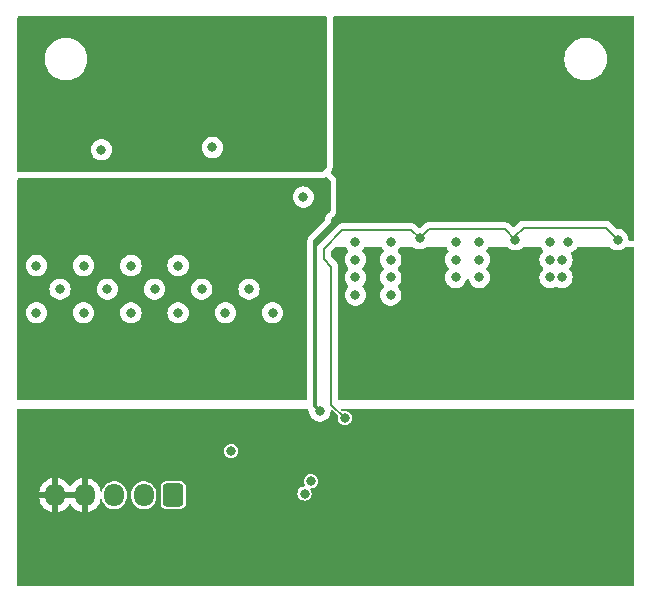
<source format=gbr>
%TF.GenerationSoftware,KiCad,Pcbnew,8.0.0*%
%TF.CreationDate,2024-03-24T11:48:13-04:00*%
%TF.ProjectId,coil-driver,636f696c-2d64-4726-9976-65722e6b6963,rev?*%
%TF.SameCoordinates,Original*%
%TF.FileFunction,Copper,L3,Inr*%
%TF.FilePolarity,Positive*%
%FSLAX46Y46*%
G04 Gerber Fmt 4.6, Leading zero omitted, Abs format (unit mm)*
G04 Created by KiCad (PCBNEW 8.0.0) date 2024-03-24 11:48:13*
%MOMM*%
%LPD*%
G01*
G04 APERTURE LIST*
G04 Aperture macros list*
%AMRoundRect*
0 Rectangle with rounded corners*
0 $1 Rounding radius*
0 $2 $3 $4 $5 $6 $7 $8 $9 X,Y pos of 4 corners*
0 Add a 4 corners polygon primitive as box body*
4,1,4,$2,$3,$4,$5,$6,$7,$8,$9,$2,$3,0*
0 Add four circle primitives for the rounded corners*
1,1,$1+$1,$2,$3*
1,1,$1+$1,$4,$5*
1,1,$1+$1,$6,$7*
1,1,$1+$1,$8,$9*
0 Add four rect primitives between the rounded corners*
20,1,$1+$1,$2,$3,$4,$5,0*
20,1,$1+$1,$4,$5,$6,$7,0*
20,1,$1+$1,$6,$7,$8,$9,0*
20,1,$1+$1,$8,$9,$2,$3,0*%
G04 Aperture macros list end*
%TA.AperFunction,ComponentPad*%
%ADD10RoundRect,0.250000X0.600000X0.725000X-0.600000X0.725000X-0.600000X-0.725000X0.600000X-0.725000X0*%
%TD*%
%TA.AperFunction,ComponentPad*%
%ADD11O,1.700000X1.950000*%
%TD*%
%TA.AperFunction,ComponentPad*%
%ADD12RoundRect,1.000000X-1.000000X2.000000X-1.000000X-2.000000X1.000000X-2.000000X1.000000X2.000000X0*%
%TD*%
%TA.AperFunction,ViaPad*%
%ADD13C,0.800000*%
%TD*%
%TA.AperFunction,Conductor*%
%ADD14C,0.160000*%
%TD*%
%TA.AperFunction,Conductor*%
%ADD15C,0.300000*%
%TD*%
G04 APERTURE END LIST*
D10*
%TO.N,/VDD_12V*%
%TO.C,J3*%
X109093828Y-138938060D03*
D11*
%TO.N,/drv_hi*%
X106593828Y-138938060D03*
%TO.N,/drv_li*%
X104093828Y-138938060D03*
%TO.N,GND*%
X101593828Y-138938060D03*
X99093828Y-138938060D03*
%TD*%
D12*
%TO.N,/hi*%
%TO.C,J6*%
X128500000Y-102500000D03*
%TD*%
%TO.N,/lo*%
%TO.C,J7*%
X114900000Y-103000000D03*
%TD*%
D13*
%TO.N,GND*%
X120232400Y-116100000D03*
X140500000Y-126500000D03*
X140500000Y-124500000D03*
X115000000Y-137300000D03*
X115000000Y-114000000D03*
X129500000Y-122500000D03*
X97500000Y-114000000D03*
X114000000Y-114000000D03*
X145500000Y-126500000D03*
X100500000Y-114000000D03*
X116900000Y-142500000D03*
X118000000Y-114000000D03*
X138000000Y-125000000D03*
X145500000Y-124500000D03*
X143000000Y-126500000D03*
X112500000Y-114000000D03*
X145500000Y-122000000D03*
X136000000Y-122500000D03*
X107000000Y-114000000D03*
X129500000Y-125000000D03*
X143000000Y-124500000D03*
X131500000Y-127000000D03*
X98500000Y-114000000D03*
X108500000Y-114000000D03*
X133500000Y-125000000D03*
X136000000Y-127000000D03*
X106000000Y-114525000D03*
%TO.N,/+VB*%
X124500000Y-117500000D03*
X141000000Y-117500000D03*
X111500000Y-121500000D03*
X142000000Y-119000000D03*
X101500000Y-119500000D03*
X142000000Y-120500000D03*
X117500000Y-123500000D03*
X124500000Y-122000000D03*
X109500000Y-119500000D03*
X141000000Y-119000000D03*
X133000000Y-120500000D03*
X113500000Y-123500000D03*
X109500000Y-123500000D03*
X127500000Y-117500000D03*
X133000000Y-119000000D03*
X124500000Y-119000000D03*
X105500000Y-119500000D03*
X99500000Y-121500000D03*
X107500000Y-121500000D03*
X141000000Y-120500000D03*
X105500000Y-123500000D03*
X135000000Y-117500000D03*
X133000000Y-117500000D03*
X101500000Y-123500000D03*
X124500000Y-120500000D03*
X127500000Y-120500000D03*
X127500000Y-119000000D03*
X142500000Y-117500000D03*
X135000000Y-120500000D03*
X135000000Y-119000000D03*
X127500000Y-122000000D03*
X97500000Y-123500000D03*
X115500000Y-121500000D03*
X103500000Y-121500000D03*
X97500000Y-119500000D03*
%TO.N,/drv_hi*%
X120736182Y-137763814D03*
%TO.N,/drv_li*%
X120200000Y-138800000D03*
%TO.N,Net-(U1-LO)*%
X120100000Y-113700000D03*
X103000000Y-109700000D03*
X114000000Y-135200000D03*
X112400000Y-109500000D03*
%TO.N,Net-(U1-HO)*%
X138050000Y-117300000D03*
X123600000Y-132400000D03*
X129950000Y-117200000D03*
X146700000Y-117300000D03*
%TO.N,/hi*%
X126500000Y-110000000D03*
X125500000Y-105000000D03*
X132500000Y-110000000D03*
X125500000Y-103500000D03*
X126500000Y-114000000D03*
X130500000Y-112000000D03*
X126500000Y-108000000D03*
X134500000Y-110000000D03*
X124000000Y-100500000D03*
X140500000Y-112000000D03*
X144500000Y-112000000D03*
X124000000Y-103500000D03*
X134500000Y-108000000D03*
X142500000Y-112000000D03*
X134500000Y-114000000D03*
X131500000Y-102000000D03*
X122840267Y-115695575D03*
X140500000Y-110000000D03*
X131500000Y-103500000D03*
X125500000Y-100500000D03*
X142500000Y-108000000D03*
X124000000Y-105000000D03*
X136500000Y-108000000D03*
X142500000Y-114000000D03*
X124500000Y-110000000D03*
X131500000Y-100500000D03*
X121500000Y-131800000D03*
X146500000Y-112000000D03*
X124500000Y-108000000D03*
X140500000Y-114000000D03*
X144500000Y-108000000D03*
X136500000Y-110000000D03*
X144500000Y-110000000D03*
X128500000Y-112000000D03*
X131500000Y-105000000D03*
X132500000Y-108000000D03*
X142500000Y-110000000D03*
X128500000Y-110000000D03*
X126500000Y-112000000D03*
X138500000Y-112000000D03*
X124500000Y-112000000D03*
X146500000Y-108000000D03*
X125500000Y-102000000D03*
X138500000Y-110000000D03*
X130500000Y-110000000D03*
X128500000Y-108000000D03*
X136500000Y-112000000D03*
X130500000Y-108000000D03*
X134500000Y-112000000D03*
X124000000Y-102000000D03*
X124500000Y-114000000D03*
X132500000Y-112000000D03*
X138500000Y-108000000D03*
X132500000Y-114000000D03*
X146500000Y-110000000D03*
X140500000Y-108000000D03*
%TO.N,/lo*%
X113500000Y-108500000D03*
X108500000Y-100500000D03*
X120000000Y-105000000D03*
X111500000Y-103500000D03*
X118500000Y-103500000D03*
X115500000Y-108500000D03*
X113500000Y-106500000D03*
X105500000Y-110500000D03*
X120000000Y-102000000D03*
X110000000Y-105000000D03*
X98500000Y-107500000D03*
X101000000Y-109000000D03*
X120000000Y-103500000D03*
X105500000Y-108500000D03*
X100000000Y-107500000D03*
X103500000Y-108500000D03*
X98000000Y-110500000D03*
X118500000Y-102000000D03*
X107500000Y-110500000D03*
X98000000Y-109000000D03*
X107500000Y-108500000D03*
X108500000Y-102000000D03*
X111500000Y-102000000D03*
X109500000Y-106500000D03*
X111500000Y-100500000D03*
X109500000Y-108500000D03*
X103500000Y-106500000D03*
X110000000Y-100500000D03*
X115500000Y-110500000D03*
X101000000Y-110500000D03*
X107500000Y-106500000D03*
X105500000Y-106500000D03*
X111500000Y-106500000D03*
X117500000Y-110500000D03*
X117500000Y-106500000D03*
X115500000Y-106500000D03*
X118500000Y-100500000D03*
X110000000Y-102000000D03*
X108500000Y-105000000D03*
X111500000Y-105000000D03*
X120000000Y-106500000D03*
X117500000Y-108500000D03*
X120000000Y-100500000D03*
X110000000Y-103500000D03*
X108500000Y-103500000D03*
X118500000Y-105000000D03*
%TD*%
D14*
%TO.N,Net-(U1-HO)*%
X129250000Y-116500000D02*
X129950000Y-117200000D01*
X137150000Y-116400000D02*
X130750000Y-116400000D01*
X121819500Y-118080500D02*
X123400000Y-116500000D01*
X138750000Y-116300000D02*
X138050000Y-117000000D01*
X130750000Y-116400000D02*
X129950000Y-117200000D01*
X146700000Y-117300000D02*
X145700000Y-116300000D01*
X138050000Y-117000000D02*
X138050000Y-117300000D01*
X138050000Y-117300000D02*
X137150000Y-116400000D01*
X121819500Y-118950369D02*
X121819500Y-118080500D01*
X121819500Y-118950369D02*
X122480000Y-119610869D01*
X122480000Y-131280000D02*
X123600000Y-132400000D01*
X122480000Y-119610869D02*
X122480000Y-131280000D01*
X145700000Y-116300000D02*
X138750000Y-116300000D01*
X123400000Y-116500000D02*
X129250000Y-116500000D01*
D15*
%TO.N,/hi*%
X122840267Y-115695575D02*
X121089500Y-117446342D01*
X121089500Y-131389500D02*
X121500000Y-131800000D01*
X121089500Y-117446342D02*
X121089500Y-131389500D01*
%TD*%
%TA.AperFunction,Conductor*%
%TO.N,GND*%
G36*
X101151198Y-138754717D02*
G01*
X101118828Y-138875525D01*
X101118828Y-139000595D01*
X101151198Y-139121403D01*
X101189682Y-139188060D01*
X99497974Y-139188060D01*
X99536458Y-139121403D01*
X99568828Y-139000595D01*
X99568828Y-138875525D01*
X99536458Y-138754717D01*
X99497974Y-138688060D01*
X101189682Y-138688060D01*
X101151198Y-138754717D01*
G37*
%TD.AperFunction*%
%TA.AperFunction,Conductor*%
G36*
X120475477Y-131621674D02*
G01*
X120491518Y-131645681D01*
X120513035Y-131697627D01*
X120581437Y-131800000D01*
X120586243Y-131807192D01*
X120584985Y-131808031D01*
X120598876Y-131841260D01*
X120612587Y-131971715D01*
X120614327Y-131988261D01*
X120672819Y-132168280D01*
X120767464Y-132332213D01*
X120767467Y-132332216D01*
X120894131Y-132472890D01*
X121047266Y-132584149D01*
X121047271Y-132584152D01*
X121191682Y-132648448D01*
X121220197Y-132661144D01*
X121405354Y-132700500D01*
X121405355Y-132700500D01*
X121594645Y-132700500D01*
X121594646Y-132700500D01*
X121779803Y-132661144D01*
X121952730Y-132584151D01*
X122105871Y-132472888D01*
X122232533Y-132332216D01*
X122327179Y-132168284D01*
X122385674Y-131988256D01*
X122405460Y-131800000D01*
X122404065Y-131786732D01*
X122420151Y-131732429D01*
X122469924Y-131705403D01*
X122524229Y-131721489D01*
X122529986Y-131726672D01*
X122992827Y-132189513D01*
X123014501Y-132241839D01*
X123013868Y-132251498D01*
X122994318Y-132399999D01*
X123014955Y-132556760D01*
X123014955Y-132556761D01*
X123075464Y-132702841D01*
X123171715Y-132828279D01*
X123171720Y-132828284D01*
X123255345Y-132892451D01*
X123297159Y-132924536D01*
X123443238Y-132985044D01*
X123600000Y-133005682D01*
X123756762Y-132985044D01*
X123902841Y-132924536D01*
X124028282Y-132828282D01*
X124124536Y-132702841D01*
X124185044Y-132556762D01*
X124205682Y-132400000D01*
X124185044Y-132243238D01*
X124124536Y-132097159D01*
X124028282Y-131971718D01*
X124028279Y-131971715D01*
X123902841Y-131875464D01*
X123756761Y-131814955D01*
X123620637Y-131797034D01*
X123600000Y-131794318D01*
X123599999Y-131794318D01*
X123451498Y-131813868D01*
X123396790Y-131799209D01*
X123389513Y-131792827D01*
X123323012Y-131726326D01*
X123301338Y-131674000D01*
X123323012Y-131621674D01*
X123375338Y-131600000D01*
X148044500Y-131600000D01*
X148096826Y-131621674D01*
X148118500Y-131674000D01*
X148118500Y-146544500D01*
X148096826Y-146596826D01*
X148044500Y-146618500D01*
X95955500Y-146618500D01*
X95903174Y-146596826D01*
X95881500Y-146544500D01*
X95881500Y-139188060D01*
X97746798Y-139188060D01*
X97777070Y-139379185D01*
X97777072Y-139379196D01*
X97842732Y-139581277D01*
X97842734Y-139581281D01*
X97939203Y-139770610D01*
X97939206Y-139770616D01*
X98064102Y-139942521D01*
X98064111Y-139942531D01*
X98214357Y-140092777D01*
X98214366Y-140092785D01*
X98386271Y-140217681D01*
X98386277Y-140217684D01*
X98575606Y-140314153D01*
X98575610Y-140314155D01*
X98777691Y-140379815D01*
X98777705Y-140379818D01*
X98843828Y-140390290D01*
X98843828Y-139342205D01*
X98910485Y-139380690D01*
X99031293Y-139413060D01*
X99156363Y-139413060D01*
X99277171Y-139380690D01*
X99343828Y-139342205D01*
X99343828Y-140390289D01*
X99409950Y-140379818D01*
X99409964Y-140379815D01*
X99612045Y-140314155D01*
X99612049Y-140314153D01*
X99801378Y-140217684D01*
X99801384Y-140217681D01*
X99973289Y-140092785D01*
X99973299Y-140092777D01*
X100123545Y-139942531D01*
X100123553Y-139942521D01*
X100248447Y-139770618D01*
X100277893Y-139712829D01*
X100320961Y-139676046D01*
X100377423Y-139680489D01*
X100409763Y-139712829D01*
X100439208Y-139770618D01*
X100564102Y-139942521D01*
X100564111Y-139942531D01*
X100714357Y-140092777D01*
X100714366Y-140092785D01*
X100886271Y-140217681D01*
X100886277Y-140217684D01*
X101075606Y-140314153D01*
X101075610Y-140314155D01*
X101277691Y-140379815D01*
X101277705Y-140379818D01*
X101343828Y-140390290D01*
X101343828Y-139342205D01*
X101410485Y-139380690D01*
X101531293Y-139413060D01*
X101656363Y-139413060D01*
X101777171Y-139380690D01*
X101843828Y-139342205D01*
X101843828Y-140390289D01*
X101909950Y-140379818D01*
X101909964Y-140379815D01*
X102112045Y-140314155D01*
X102112049Y-140314153D01*
X102301378Y-140217684D01*
X102301384Y-140217681D01*
X102473289Y-140092785D01*
X102473299Y-140092777D01*
X102623545Y-139942531D01*
X102623553Y-139942521D01*
X102748449Y-139770616D01*
X102748452Y-139770610D01*
X102844921Y-139581281D01*
X102844923Y-139581277D01*
X102910583Y-139379196D01*
X102910586Y-139379183D01*
X102923355Y-139298562D01*
X102952948Y-139250271D01*
X103008020Y-139237049D01*
X103056311Y-139266642D01*
X103069022Y-139295701D01*
X103083696Y-139369474D01*
X103083698Y-139369480D01*
X103162887Y-139560658D01*
X103267563Y-139717319D01*
X103277851Y-139732715D01*
X103424173Y-139879037D01*
X103596230Y-139994001D01*
X103787408Y-140073190D01*
X103990363Y-140113560D01*
X103990364Y-140113560D01*
X104197292Y-140113560D01*
X104197293Y-140113560D01*
X104400248Y-140073190D01*
X104591426Y-139994001D01*
X104763483Y-139879037D01*
X104909805Y-139732715D01*
X105024769Y-139560658D01*
X105103958Y-139369480D01*
X105144328Y-139166525D01*
X105144328Y-139166524D01*
X105543328Y-139166524D01*
X105583696Y-139369473D01*
X105583698Y-139369480D01*
X105662887Y-139560658D01*
X105767563Y-139717319D01*
X105777851Y-139732715D01*
X105924173Y-139879037D01*
X106096230Y-139994001D01*
X106287408Y-140073190D01*
X106490363Y-140113560D01*
X106490364Y-140113560D01*
X106697292Y-140113560D01*
X106697293Y-140113560D01*
X106900248Y-140073190D01*
X107091426Y-139994001D01*
X107263483Y-139879037D01*
X107409805Y-139732715D01*
X107420088Y-139717326D01*
X108043328Y-139717326D01*
X108046182Y-139747759D01*
X108046182Y-139747761D01*
X108046183Y-139747764D01*
X108091034Y-139875941D01*
X108091035Y-139875943D01*
X108171674Y-139985206D01*
X108171681Y-139985213D01*
X108280944Y-140065852D01*
X108280946Y-140065853D01*
X108409123Y-140110704D01*
X108409129Y-140110706D01*
X108439562Y-140113560D01*
X108439569Y-140113560D01*
X109748086Y-140113560D01*
X109748094Y-140113560D01*
X109778527Y-140110706D01*
X109906710Y-140065853D01*
X110015978Y-139985210D01*
X110096621Y-139875942D01*
X110141474Y-139747759D01*
X110144328Y-139717326D01*
X110144328Y-138800000D01*
X119594318Y-138800000D01*
X119614955Y-138956760D01*
X119614955Y-138956761D01*
X119675464Y-139102841D01*
X119771715Y-139228279D01*
X119771720Y-139228284D01*
X119821710Y-139266642D01*
X119897159Y-139324536D01*
X120043238Y-139385044D01*
X120200000Y-139405682D01*
X120356762Y-139385044D01*
X120502841Y-139324536D01*
X120628282Y-139228282D01*
X120724536Y-139102841D01*
X120785044Y-138956762D01*
X120805682Y-138800000D01*
X120785044Y-138643238D01*
X120724536Y-138497159D01*
X120714658Y-138484286D01*
X120700000Y-138429581D01*
X120728318Y-138380531D01*
X120763707Y-138365872D01*
X120892944Y-138348858D01*
X121039023Y-138288350D01*
X121164464Y-138192096D01*
X121260718Y-138066655D01*
X121321226Y-137920576D01*
X121341864Y-137763814D01*
X121321226Y-137607052D01*
X121260718Y-137460973D01*
X121164464Y-137335532D01*
X121164461Y-137335529D01*
X121039023Y-137239278D01*
X120892943Y-137178769D01*
X120736182Y-137158132D01*
X120579421Y-137178769D01*
X120579420Y-137178769D01*
X120433340Y-137239278D01*
X120307902Y-137335529D01*
X120307897Y-137335534D01*
X120211646Y-137460972D01*
X120151137Y-137607052D01*
X120151137Y-137607053D01*
X120130500Y-137763814D01*
X120151137Y-137920574D01*
X120151137Y-137920575D01*
X120211646Y-138066655D01*
X120221522Y-138079526D01*
X120236181Y-138134233D01*
X120207862Y-138183282D01*
X120172473Y-138197941D01*
X120043239Y-138214955D01*
X120043238Y-138214955D01*
X119897158Y-138275464D01*
X119771720Y-138371715D01*
X119771715Y-138371720D01*
X119675464Y-138497158D01*
X119614955Y-138643238D01*
X119614955Y-138643239D01*
X119594318Y-138800000D01*
X110144328Y-138800000D01*
X110144328Y-138158794D01*
X110141474Y-138128361D01*
X110096621Y-138000178D01*
X110094337Y-137997083D01*
X110015981Y-137890913D01*
X110015974Y-137890906D01*
X109906711Y-137810267D01*
X109906709Y-137810266D01*
X109778532Y-137765415D01*
X109778533Y-137765415D01*
X109778528Y-137765414D01*
X109778527Y-137765414D01*
X109748094Y-137762560D01*
X108439562Y-137762560D01*
X108409129Y-137765414D01*
X108409127Y-137765414D01*
X108409123Y-137765415D01*
X108280946Y-137810266D01*
X108280944Y-137810267D01*
X108171681Y-137890906D01*
X108171674Y-137890913D01*
X108091035Y-138000176D01*
X108091034Y-138000178D01*
X108046183Y-138128355D01*
X108046182Y-138128359D01*
X108046182Y-138128361D01*
X108043328Y-138158794D01*
X108043328Y-139717326D01*
X107420088Y-139717326D01*
X107524769Y-139560658D01*
X107603958Y-139369480D01*
X107644328Y-139166525D01*
X107644328Y-138709595D01*
X107603958Y-138506640D01*
X107524769Y-138315462D01*
X107409805Y-138143405D01*
X107263483Y-137997083D01*
X107168470Y-137933598D01*
X107091426Y-137882119D01*
X106900248Y-137802930D01*
X106900241Y-137802928D01*
X106747344Y-137772515D01*
X106697293Y-137762560D01*
X106490363Y-137762560D01*
X106476010Y-137765415D01*
X106287414Y-137802928D01*
X106287407Y-137802930D01*
X106096229Y-137882119D01*
X105924173Y-137997082D01*
X105924172Y-137997084D01*
X105777852Y-138143404D01*
X105777850Y-138143405D01*
X105662887Y-138315461D01*
X105583698Y-138506639D01*
X105583696Y-138506646D01*
X105543328Y-138709595D01*
X105543328Y-139166524D01*
X105144328Y-139166524D01*
X105144328Y-138709595D01*
X105103958Y-138506640D01*
X105024769Y-138315462D01*
X104909805Y-138143405D01*
X104763483Y-137997083D01*
X104668470Y-137933598D01*
X104591426Y-137882119D01*
X104400248Y-137802930D01*
X104400241Y-137802928D01*
X104247344Y-137772515D01*
X104197293Y-137762560D01*
X103990363Y-137762560D01*
X103976010Y-137765415D01*
X103787414Y-137802928D01*
X103787407Y-137802930D01*
X103596229Y-137882119D01*
X103424173Y-137997082D01*
X103424172Y-137997084D01*
X103277852Y-138143404D01*
X103277850Y-138143405D01*
X103162887Y-138315461D01*
X103083698Y-138506639D01*
X103083696Y-138506645D01*
X103069022Y-138580418D01*
X103037556Y-138627510D01*
X102982007Y-138638559D01*
X102934915Y-138607093D01*
X102923355Y-138577557D01*
X102910586Y-138496936D01*
X102910583Y-138496923D01*
X102844923Y-138294842D01*
X102844921Y-138294838D01*
X102748452Y-138105509D01*
X102748449Y-138105503D01*
X102623553Y-137933598D01*
X102623545Y-137933589D01*
X102473299Y-137783343D01*
X102473289Y-137783334D01*
X102301384Y-137658438D01*
X102301378Y-137658435D01*
X102112049Y-137561966D01*
X102112045Y-137561964D01*
X101909964Y-137496304D01*
X101909953Y-137496302D01*
X101843828Y-137485828D01*
X101843828Y-138533914D01*
X101777171Y-138495430D01*
X101656363Y-138463060D01*
X101531293Y-138463060D01*
X101410485Y-138495430D01*
X101343828Y-138533914D01*
X101343828Y-137485828D01*
X101277702Y-137496302D01*
X101277691Y-137496304D01*
X101075610Y-137561964D01*
X101075606Y-137561966D01*
X100886277Y-137658435D01*
X100886271Y-137658438D01*
X100714366Y-137783334D01*
X100564102Y-137933598D01*
X100439206Y-138105503D01*
X100439205Y-138105504D01*
X100409762Y-138163290D01*
X100366694Y-138200072D01*
X100310232Y-138195628D01*
X100277894Y-138163290D01*
X100248450Y-138105504D01*
X100248449Y-138105503D01*
X100123553Y-137933598D01*
X100123545Y-137933589D01*
X99973299Y-137783343D01*
X99973289Y-137783334D01*
X99801384Y-137658438D01*
X99801378Y-137658435D01*
X99612049Y-137561966D01*
X99612045Y-137561964D01*
X99409964Y-137496304D01*
X99409953Y-137496302D01*
X99343828Y-137485828D01*
X99343828Y-138533914D01*
X99277171Y-138495430D01*
X99156363Y-138463060D01*
X99031293Y-138463060D01*
X98910485Y-138495430D01*
X98843828Y-138533914D01*
X98843828Y-137485828D01*
X98777702Y-137496302D01*
X98777691Y-137496304D01*
X98575610Y-137561964D01*
X98575606Y-137561966D01*
X98386277Y-137658435D01*
X98386271Y-137658438D01*
X98214366Y-137783334D01*
X98064102Y-137933598D01*
X97939206Y-138105503D01*
X97939203Y-138105509D01*
X97842734Y-138294838D01*
X97842732Y-138294842D01*
X97777072Y-138496923D01*
X97777070Y-138496934D01*
X97746798Y-138688060D01*
X98689682Y-138688060D01*
X98651198Y-138754717D01*
X98618828Y-138875525D01*
X98618828Y-139000595D01*
X98651198Y-139121403D01*
X98689682Y-139188060D01*
X97746798Y-139188060D01*
X95881500Y-139188060D01*
X95881500Y-135200000D01*
X113394318Y-135200000D01*
X113414955Y-135356760D01*
X113414955Y-135356761D01*
X113475464Y-135502841D01*
X113571715Y-135628279D01*
X113571720Y-135628284D01*
X113655345Y-135692451D01*
X113697159Y-135724536D01*
X113843238Y-135785044D01*
X114000000Y-135805682D01*
X114156762Y-135785044D01*
X114302841Y-135724536D01*
X114428282Y-135628282D01*
X114524536Y-135502841D01*
X114585044Y-135356762D01*
X114605682Y-135200000D01*
X114585044Y-135043238D01*
X114524536Y-134897159D01*
X114428282Y-134771718D01*
X114428279Y-134771715D01*
X114302841Y-134675464D01*
X114156761Y-134614955D01*
X114000000Y-134594318D01*
X113843239Y-134614955D01*
X113843238Y-134614955D01*
X113697158Y-134675464D01*
X113571720Y-134771715D01*
X113571715Y-134771720D01*
X113475464Y-134897158D01*
X113414955Y-135043238D01*
X113414955Y-135043239D01*
X113394318Y-135200000D01*
X95881500Y-135200000D01*
X95881500Y-131674000D01*
X95903174Y-131621674D01*
X95955500Y-131600000D01*
X120423151Y-131600000D01*
X120475477Y-131621674D01*
G37*
%TD.AperFunction*%
%TD*%
%TA.AperFunction,Conductor*%
%TO.N,/hi*%
G36*
X148061539Y-98401185D02*
G01*
X148107294Y-98453989D01*
X148118500Y-98505500D01*
X148118500Y-117270500D01*
X148098815Y-117337539D01*
X148046011Y-117383294D01*
X147994500Y-117394500D01*
X147727042Y-117394500D01*
X147660003Y-117374815D01*
X147614248Y-117322011D01*
X147603722Y-117283464D01*
X147585674Y-117111744D01*
X147527179Y-116931716D01*
X147432533Y-116767784D01*
X147305871Y-116627112D01*
X147305870Y-116627111D01*
X147152734Y-116515851D01*
X147152729Y-116515848D01*
X146979807Y-116438857D01*
X146979802Y-116438855D01*
X146834001Y-116407865D01*
X146794646Y-116399500D01*
X146794645Y-116399500D01*
X146671813Y-116399500D01*
X146604774Y-116379815D01*
X146584132Y-116363181D01*
X146056437Y-115835486D01*
X146056436Y-115835485D01*
X146056435Y-115835484D01*
X145924067Y-115759061D01*
X145924066Y-115759060D01*
X145873040Y-115745388D01*
X145822015Y-115731716D01*
X145822012Y-115731715D01*
X145802745Y-115726552D01*
X145776425Y-115719500D01*
X145776424Y-115719500D01*
X138826424Y-115719500D01*
X138673575Y-115719500D01*
X138543374Y-115754387D01*
X138525931Y-115759061D01*
X138393568Y-115835481D01*
X138393562Y-115835486D01*
X137987681Y-116241368D01*
X137926358Y-116274853D01*
X137856666Y-116269869D01*
X137812319Y-116241368D01*
X137506437Y-115935486D01*
X137506436Y-115935485D01*
X137506435Y-115935484D01*
X137374067Y-115859061D01*
X137374066Y-115859060D01*
X137286081Y-115835485D01*
X137258352Y-115828055D01*
X137258349Y-115828054D01*
X137226425Y-115819500D01*
X137226424Y-115819500D01*
X130826425Y-115819500D01*
X130673575Y-115819500D01*
X130673574Y-115819500D01*
X130641647Y-115828054D01*
X130641648Y-115828055D01*
X130525935Y-115859060D01*
X130467721Y-115892670D01*
X130393568Y-115935482D01*
X130393562Y-115935486D01*
X130065868Y-116263181D01*
X130004545Y-116296666D01*
X129978187Y-116299500D01*
X129921813Y-116299500D01*
X129854774Y-116279815D01*
X129834132Y-116263181D01*
X129606437Y-116035486D01*
X129606431Y-116035481D01*
X129474068Y-115959061D01*
X129474069Y-115959061D01*
X129386085Y-115935486D01*
X129369821Y-115931128D01*
X129369819Y-115931127D01*
X129369817Y-115931126D01*
X129326426Y-115919500D01*
X129326425Y-115919500D01*
X129326424Y-115919500D01*
X123476425Y-115919500D01*
X123323576Y-115919500D01*
X123175934Y-115959059D01*
X123043565Y-116035484D01*
X123043562Y-116035486D01*
X121354986Y-117724062D01*
X121354982Y-117724068D01*
X121278559Y-117856436D01*
X121278558Y-117856438D01*
X121272112Y-117880498D01*
X121272112Y-117880500D01*
X121240244Y-117999436D01*
X121240241Y-117999447D01*
X121239000Y-118004076D01*
X121239000Y-118428588D01*
X121219315Y-118495627D01*
X121166511Y-118541382D01*
X121097353Y-118551326D01*
X121056542Y-118537943D01*
X121055197Y-118537224D01*
X121034990Y-118523722D01*
X120989835Y-118486664D01*
X120950501Y-118428918D01*
X120944500Y-118390811D01*
X120944500Y-117444272D01*
X120946880Y-117420092D01*
X120947686Y-117416038D01*
X120954747Y-117392761D01*
X120956334Y-117388930D01*
X120967777Y-117367517D01*
X120970091Y-117364054D01*
X120985505Y-117345271D01*
X122262900Y-116067878D01*
X122281907Y-116047802D01*
X122290962Y-116037698D01*
X122308868Y-116016583D01*
X122381992Y-115892670D01*
X122408577Y-115828055D01*
X122408579Y-115828050D01*
X122443829Y-115688554D01*
X122450408Y-115625948D01*
X122455795Y-115600606D01*
X122473401Y-115546419D01*
X122483938Y-115522753D01*
X122512431Y-115473401D01*
X122527653Y-115452449D01*
X122565790Y-115410092D01*
X122585042Y-115392758D01*
X122646011Y-115348464D01*
X122716398Y-115286586D01*
X122747827Y-115253307D01*
X122805567Y-115179523D01*
X122865338Y-115048646D01*
X122885023Y-114981607D01*
X122885024Y-114981603D01*
X122905500Y-114839187D01*
X122905500Y-112351362D01*
X122902603Y-112297322D01*
X122899769Y-112270964D01*
X122891114Y-112217552D01*
X122840832Y-112082743D01*
X122807347Y-112021420D01*
X122721123Y-111906239D01*
X122721118Y-111906234D01*
X122721113Y-111906228D01*
X122477768Y-111662883D01*
X122444283Y-111601560D01*
X122449267Y-111531868D01*
X122459842Y-111510345D01*
X122459839Y-111510344D01*
X122459865Y-111510298D01*
X122460151Y-111509717D01*
X122460830Y-111508621D01*
X122460854Y-111508587D01*
X122477039Y-111480553D01*
X122506282Y-111421253D01*
X122543737Y-111330828D01*
X122564989Y-111268220D01*
X122573367Y-111236954D01*
X122586268Y-111172102D01*
X122600114Y-111066938D01*
X122603356Y-111034018D01*
X122604417Y-111017832D01*
X122605500Y-110984767D01*
X122605500Y-102118011D01*
X142199500Y-102118011D01*
X142230307Y-102352014D01*
X142289786Y-102573991D01*
X142291394Y-102579993D01*
X142381714Y-102798045D01*
X142381719Y-102798056D01*
X142452677Y-102920957D01*
X142499727Y-103002450D01*
X142499729Y-103002453D01*
X142499730Y-103002454D01*
X142643406Y-103189697D01*
X142643412Y-103189704D01*
X142810295Y-103356587D01*
X142810301Y-103356592D01*
X142997550Y-103500273D01*
X143128918Y-103576118D01*
X143201943Y-103618280D01*
X143201948Y-103618282D01*
X143201951Y-103618284D01*
X143420007Y-103708606D01*
X143647986Y-103769693D01*
X143881989Y-103800500D01*
X143881996Y-103800500D01*
X144118004Y-103800500D01*
X144118011Y-103800500D01*
X144352014Y-103769693D01*
X144579993Y-103708606D01*
X144798049Y-103618284D01*
X145002450Y-103500273D01*
X145189699Y-103356592D01*
X145356592Y-103189699D01*
X145500273Y-103002450D01*
X145618284Y-102798049D01*
X145708606Y-102579993D01*
X145769693Y-102352014D01*
X145800500Y-102118011D01*
X145800500Y-101881989D01*
X145769693Y-101647986D01*
X145708606Y-101420007D01*
X145618284Y-101201951D01*
X145618282Y-101201948D01*
X145618280Y-101201943D01*
X145576118Y-101128918D01*
X145500273Y-100997550D01*
X145356592Y-100810301D01*
X145356587Y-100810295D01*
X145189704Y-100643412D01*
X145189697Y-100643406D01*
X145002454Y-100499730D01*
X145002453Y-100499729D01*
X145002450Y-100499727D01*
X144920957Y-100452677D01*
X144798056Y-100381719D01*
X144798045Y-100381714D01*
X144579993Y-100291394D01*
X144352010Y-100230306D01*
X144118020Y-100199501D01*
X144118017Y-100199500D01*
X144118011Y-100199500D01*
X143881989Y-100199500D01*
X143881983Y-100199500D01*
X143881979Y-100199501D01*
X143647989Y-100230306D01*
X143420006Y-100291394D01*
X143201954Y-100381714D01*
X143201943Y-100381719D01*
X142997545Y-100499730D01*
X142810302Y-100643406D01*
X142810295Y-100643412D01*
X142643412Y-100810295D01*
X142643406Y-100810302D01*
X142499730Y-100997545D01*
X142381719Y-101201943D01*
X142381714Y-101201954D01*
X142291394Y-101420006D01*
X142230306Y-101647989D01*
X142217296Y-101746811D01*
X142199500Y-101881989D01*
X142199500Y-102118011D01*
X122605500Y-102118011D01*
X122605500Y-98508125D01*
X122605500Y-98506094D01*
X122606418Y-98506094D01*
X122623076Y-98441830D01*
X122674390Y-98394410D01*
X122729481Y-98381500D01*
X147994500Y-98381500D01*
X148061539Y-98401185D01*
G37*
%TD.AperFunction*%
%TD*%
%TA.AperFunction,Conductor*%
%TO.N,/lo*%
G36*
X122042693Y-98401185D02*
G01*
X122088448Y-98453989D01*
X122098590Y-98489294D01*
X122098937Y-98491930D01*
X122100000Y-98508125D01*
X122100000Y-110984767D01*
X122098939Y-111000953D01*
X122085093Y-111106117D01*
X122076715Y-111137383D01*
X122039260Y-111227808D01*
X122023075Y-111255842D01*
X121958496Y-111340003D01*
X121947801Y-111352198D01*
X121852198Y-111447801D01*
X121840003Y-111458496D01*
X121755842Y-111523075D01*
X121727808Y-111539260D01*
X121637383Y-111576715D01*
X121606117Y-111585093D01*
X121512291Y-111597446D01*
X121500951Y-111598939D01*
X121484767Y-111600000D01*
X96008126Y-111600000D01*
X95991928Y-111598937D01*
X95989302Y-111598591D01*
X95925408Y-111570318D01*
X95886943Y-111511990D01*
X95881500Y-111475654D01*
X95881500Y-109700000D01*
X102094540Y-109700000D01*
X102114326Y-109888256D01*
X102114327Y-109888259D01*
X102172818Y-110068277D01*
X102172821Y-110068284D01*
X102267467Y-110232216D01*
X102314227Y-110284148D01*
X102394129Y-110372888D01*
X102547265Y-110484148D01*
X102547270Y-110484151D01*
X102720192Y-110561142D01*
X102720197Y-110561144D01*
X102905354Y-110600500D01*
X102905355Y-110600500D01*
X103094644Y-110600500D01*
X103094646Y-110600500D01*
X103279803Y-110561144D01*
X103452730Y-110484151D01*
X103605871Y-110372888D01*
X103732533Y-110232216D01*
X103827179Y-110068284D01*
X103885674Y-109888256D01*
X103905460Y-109700000D01*
X103885674Y-109511744D01*
X103881858Y-109500000D01*
X111494540Y-109500000D01*
X111514326Y-109688256D01*
X111514327Y-109688259D01*
X111572818Y-109868277D01*
X111572821Y-109868284D01*
X111667467Y-110032216D01*
X111699937Y-110068277D01*
X111794129Y-110172888D01*
X111947265Y-110284148D01*
X111947270Y-110284151D01*
X112120192Y-110361142D01*
X112120197Y-110361144D01*
X112305354Y-110400500D01*
X112305355Y-110400500D01*
X112494644Y-110400500D01*
X112494646Y-110400500D01*
X112679803Y-110361144D01*
X112852730Y-110284151D01*
X113005871Y-110172888D01*
X113132533Y-110032216D01*
X113227179Y-109868284D01*
X113285674Y-109688256D01*
X113305460Y-109500000D01*
X113285674Y-109311744D01*
X113227179Y-109131716D01*
X113132533Y-108967784D01*
X113005871Y-108827112D01*
X113005870Y-108827111D01*
X112852734Y-108715851D01*
X112852729Y-108715848D01*
X112679807Y-108638857D01*
X112679802Y-108638855D01*
X112534001Y-108607865D01*
X112494646Y-108599500D01*
X112305354Y-108599500D01*
X112272897Y-108606398D01*
X112120197Y-108638855D01*
X112120192Y-108638857D01*
X111947270Y-108715848D01*
X111947265Y-108715851D01*
X111794129Y-108827111D01*
X111667466Y-108967785D01*
X111572821Y-109131715D01*
X111572818Y-109131722D01*
X111514327Y-109311740D01*
X111514326Y-109311744D01*
X111494540Y-109500000D01*
X103881858Y-109500000D01*
X103827179Y-109331716D01*
X103732533Y-109167784D01*
X103605871Y-109027112D01*
X103605870Y-109027111D01*
X103452734Y-108915851D01*
X103452729Y-108915848D01*
X103279807Y-108838857D01*
X103279802Y-108838855D01*
X103134001Y-108807865D01*
X103094646Y-108799500D01*
X102905354Y-108799500D01*
X102872897Y-108806398D01*
X102720197Y-108838855D01*
X102720192Y-108838857D01*
X102547270Y-108915848D01*
X102547265Y-108915851D01*
X102394129Y-109027111D01*
X102267466Y-109167785D01*
X102172821Y-109331715D01*
X102172818Y-109331722D01*
X102118142Y-109500000D01*
X102114326Y-109511744D01*
X102094540Y-109700000D01*
X95881500Y-109700000D01*
X95881500Y-102118004D01*
X98199500Y-102118004D01*
X98199501Y-102118020D01*
X98230306Y-102352010D01*
X98291394Y-102579993D01*
X98381714Y-102798045D01*
X98381719Y-102798056D01*
X98452677Y-102920957D01*
X98499727Y-103002450D01*
X98499729Y-103002453D01*
X98499730Y-103002454D01*
X98643406Y-103189697D01*
X98643412Y-103189704D01*
X98810295Y-103356587D01*
X98810301Y-103356592D01*
X98997550Y-103500273D01*
X99128918Y-103576118D01*
X99201943Y-103618280D01*
X99201948Y-103618282D01*
X99201951Y-103618284D01*
X99420007Y-103708606D01*
X99647986Y-103769693D01*
X99881989Y-103800500D01*
X99881996Y-103800500D01*
X100118004Y-103800500D01*
X100118011Y-103800500D01*
X100352014Y-103769693D01*
X100579993Y-103708606D01*
X100798049Y-103618284D01*
X101002450Y-103500273D01*
X101189699Y-103356592D01*
X101356592Y-103189699D01*
X101500273Y-103002450D01*
X101618284Y-102798049D01*
X101708606Y-102579993D01*
X101769693Y-102352014D01*
X101800500Y-102118011D01*
X101800500Y-101881989D01*
X101769693Y-101647986D01*
X101708606Y-101420007D01*
X101618284Y-101201951D01*
X101618282Y-101201948D01*
X101618280Y-101201943D01*
X101576118Y-101128918D01*
X101500273Y-100997550D01*
X101356592Y-100810301D01*
X101356587Y-100810295D01*
X101189704Y-100643412D01*
X101189697Y-100643406D01*
X101002454Y-100499730D01*
X101002453Y-100499729D01*
X101002450Y-100499727D01*
X100920957Y-100452677D01*
X100798056Y-100381719D01*
X100798045Y-100381714D01*
X100579993Y-100291394D01*
X100352010Y-100230306D01*
X100118020Y-100199501D01*
X100118017Y-100199500D01*
X100118011Y-100199500D01*
X99881989Y-100199500D01*
X99881983Y-100199500D01*
X99881979Y-100199501D01*
X99647989Y-100230306D01*
X99420006Y-100291394D01*
X99201954Y-100381714D01*
X99201943Y-100381719D01*
X98997545Y-100499730D01*
X98810302Y-100643406D01*
X98810295Y-100643412D01*
X98643412Y-100810295D01*
X98643406Y-100810302D01*
X98499730Y-100997545D01*
X98381719Y-101201943D01*
X98381714Y-101201954D01*
X98291394Y-101420006D01*
X98230306Y-101647989D01*
X98199501Y-101881979D01*
X98199500Y-101881995D01*
X98199500Y-102118004D01*
X95881500Y-102118004D01*
X95881500Y-98505500D01*
X95901185Y-98438461D01*
X95953989Y-98392706D01*
X96005500Y-98381500D01*
X121975654Y-98381500D01*
X122042693Y-98401185D01*
G37*
%TD.AperFunction*%
%TD*%
%TA.AperFunction,Conductor*%
%TO.N,GND*%
G36*
X122098700Y-111999596D02*
G01*
X122108003Y-112008003D01*
X122363681Y-112263681D01*
X122397166Y-112325004D01*
X122400000Y-112351362D01*
X122400000Y-114839187D01*
X122380315Y-114906226D01*
X122348886Y-114939505D01*
X122234394Y-115022688D01*
X122107733Y-115163360D01*
X122013088Y-115327290D01*
X122013085Y-115327297D01*
X121954594Y-115507314D01*
X121954593Y-115507316D01*
X121941098Y-115635717D01*
X121914513Y-115700332D01*
X121905458Y-115710436D01*
X120584224Y-117031670D01*
X120530721Y-117111745D01*
X120513035Y-117138213D01*
X120463999Y-117256597D01*
X120463997Y-117256603D01*
X120439000Y-117382270D01*
X120439000Y-130776000D01*
X120419315Y-130843039D01*
X120366511Y-130888794D01*
X120315000Y-130900000D01*
X96005500Y-130900000D01*
X95938461Y-130880315D01*
X95892706Y-130827511D01*
X95881500Y-130776000D01*
X95881500Y-123500000D01*
X96594540Y-123500000D01*
X96614326Y-123688256D01*
X96614327Y-123688259D01*
X96672818Y-123868277D01*
X96672821Y-123868284D01*
X96767467Y-124032216D01*
X96894129Y-124172888D01*
X97047265Y-124284148D01*
X97047270Y-124284151D01*
X97220192Y-124361142D01*
X97220197Y-124361144D01*
X97405354Y-124400500D01*
X97405355Y-124400500D01*
X97594644Y-124400500D01*
X97594646Y-124400500D01*
X97779803Y-124361144D01*
X97952730Y-124284151D01*
X98105871Y-124172888D01*
X98232533Y-124032216D01*
X98327179Y-123868284D01*
X98385674Y-123688256D01*
X98405460Y-123500000D01*
X100594540Y-123500000D01*
X100614326Y-123688256D01*
X100614327Y-123688259D01*
X100672818Y-123868277D01*
X100672821Y-123868284D01*
X100767467Y-124032216D01*
X100894129Y-124172888D01*
X101047265Y-124284148D01*
X101047270Y-124284151D01*
X101220192Y-124361142D01*
X101220197Y-124361144D01*
X101405354Y-124400500D01*
X101405355Y-124400500D01*
X101594644Y-124400500D01*
X101594646Y-124400500D01*
X101779803Y-124361144D01*
X101952730Y-124284151D01*
X102105871Y-124172888D01*
X102232533Y-124032216D01*
X102327179Y-123868284D01*
X102385674Y-123688256D01*
X102405460Y-123500000D01*
X104594540Y-123500000D01*
X104614326Y-123688256D01*
X104614327Y-123688259D01*
X104672818Y-123868277D01*
X104672821Y-123868284D01*
X104767467Y-124032216D01*
X104894129Y-124172888D01*
X105047265Y-124284148D01*
X105047270Y-124284151D01*
X105220192Y-124361142D01*
X105220197Y-124361144D01*
X105405354Y-124400500D01*
X105405355Y-124400500D01*
X105594644Y-124400500D01*
X105594646Y-124400500D01*
X105779803Y-124361144D01*
X105952730Y-124284151D01*
X106105871Y-124172888D01*
X106232533Y-124032216D01*
X106327179Y-123868284D01*
X106385674Y-123688256D01*
X106405460Y-123500000D01*
X108594540Y-123500000D01*
X108614326Y-123688256D01*
X108614327Y-123688259D01*
X108672818Y-123868277D01*
X108672821Y-123868284D01*
X108767467Y-124032216D01*
X108894129Y-124172888D01*
X109047265Y-124284148D01*
X109047270Y-124284151D01*
X109220192Y-124361142D01*
X109220197Y-124361144D01*
X109405354Y-124400500D01*
X109405355Y-124400500D01*
X109594644Y-124400500D01*
X109594646Y-124400500D01*
X109779803Y-124361144D01*
X109952730Y-124284151D01*
X110105871Y-124172888D01*
X110232533Y-124032216D01*
X110327179Y-123868284D01*
X110385674Y-123688256D01*
X110405460Y-123500000D01*
X112594540Y-123500000D01*
X112614326Y-123688256D01*
X112614327Y-123688259D01*
X112672818Y-123868277D01*
X112672821Y-123868284D01*
X112767467Y-124032216D01*
X112894129Y-124172888D01*
X113047265Y-124284148D01*
X113047270Y-124284151D01*
X113220192Y-124361142D01*
X113220197Y-124361144D01*
X113405354Y-124400500D01*
X113405355Y-124400500D01*
X113594644Y-124400500D01*
X113594646Y-124400500D01*
X113779803Y-124361144D01*
X113952730Y-124284151D01*
X114105871Y-124172888D01*
X114232533Y-124032216D01*
X114327179Y-123868284D01*
X114385674Y-123688256D01*
X114405460Y-123500000D01*
X116594540Y-123500000D01*
X116614326Y-123688256D01*
X116614327Y-123688259D01*
X116672818Y-123868277D01*
X116672821Y-123868284D01*
X116767467Y-124032216D01*
X116894129Y-124172888D01*
X117047265Y-124284148D01*
X117047270Y-124284151D01*
X117220192Y-124361142D01*
X117220197Y-124361144D01*
X117405354Y-124400500D01*
X117405355Y-124400500D01*
X117594644Y-124400500D01*
X117594646Y-124400500D01*
X117779803Y-124361144D01*
X117952730Y-124284151D01*
X118105871Y-124172888D01*
X118232533Y-124032216D01*
X118327179Y-123868284D01*
X118385674Y-123688256D01*
X118405460Y-123500000D01*
X118385674Y-123311744D01*
X118327179Y-123131716D01*
X118232533Y-122967784D01*
X118105871Y-122827112D01*
X118105870Y-122827111D01*
X117952734Y-122715851D01*
X117952729Y-122715848D01*
X117779807Y-122638857D01*
X117779802Y-122638855D01*
X117634001Y-122607865D01*
X117594646Y-122599500D01*
X117405354Y-122599500D01*
X117372897Y-122606398D01*
X117220197Y-122638855D01*
X117220192Y-122638857D01*
X117047270Y-122715848D01*
X117047265Y-122715851D01*
X116894129Y-122827111D01*
X116767466Y-122967785D01*
X116672821Y-123131715D01*
X116672818Y-123131722D01*
X116614327Y-123311740D01*
X116614326Y-123311744D01*
X116594540Y-123500000D01*
X114405460Y-123500000D01*
X114385674Y-123311744D01*
X114327179Y-123131716D01*
X114232533Y-122967784D01*
X114105871Y-122827112D01*
X114105870Y-122827111D01*
X113952734Y-122715851D01*
X113952729Y-122715848D01*
X113779807Y-122638857D01*
X113779802Y-122638855D01*
X113634001Y-122607865D01*
X113594646Y-122599500D01*
X113405354Y-122599500D01*
X113372897Y-122606398D01*
X113220197Y-122638855D01*
X113220192Y-122638857D01*
X113047270Y-122715848D01*
X113047265Y-122715851D01*
X112894129Y-122827111D01*
X112767466Y-122967785D01*
X112672821Y-123131715D01*
X112672818Y-123131722D01*
X112614327Y-123311740D01*
X112614326Y-123311744D01*
X112594540Y-123500000D01*
X110405460Y-123500000D01*
X110385674Y-123311744D01*
X110327179Y-123131716D01*
X110232533Y-122967784D01*
X110105871Y-122827112D01*
X110105870Y-122827111D01*
X109952734Y-122715851D01*
X109952729Y-122715848D01*
X109779807Y-122638857D01*
X109779802Y-122638855D01*
X109634001Y-122607865D01*
X109594646Y-122599500D01*
X109405354Y-122599500D01*
X109372897Y-122606398D01*
X109220197Y-122638855D01*
X109220192Y-122638857D01*
X109047270Y-122715848D01*
X109047265Y-122715851D01*
X108894129Y-122827111D01*
X108767466Y-122967785D01*
X108672821Y-123131715D01*
X108672818Y-123131722D01*
X108614327Y-123311740D01*
X108614326Y-123311744D01*
X108594540Y-123500000D01*
X106405460Y-123500000D01*
X106385674Y-123311744D01*
X106327179Y-123131716D01*
X106232533Y-122967784D01*
X106105871Y-122827112D01*
X106105870Y-122827111D01*
X105952734Y-122715851D01*
X105952729Y-122715848D01*
X105779807Y-122638857D01*
X105779802Y-122638855D01*
X105634001Y-122607865D01*
X105594646Y-122599500D01*
X105405354Y-122599500D01*
X105372897Y-122606398D01*
X105220197Y-122638855D01*
X105220192Y-122638857D01*
X105047270Y-122715848D01*
X105047265Y-122715851D01*
X104894129Y-122827111D01*
X104767466Y-122967785D01*
X104672821Y-123131715D01*
X104672818Y-123131722D01*
X104614327Y-123311740D01*
X104614326Y-123311744D01*
X104594540Y-123500000D01*
X102405460Y-123500000D01*
X102385674Y-123311744D01*
X102327179Y-123131716D01*
X102232533Y-122967784D01*
X102105871Y-122827112D01*
X102105870Y-122827111D01*
X101952734Y-122715851D01*
X101952729Y-122715848D01*
X101779807Y-122638857D01*
X101779802Y-122638855D01*
X101634001Y-122607865D01*
X101594646Y-122599500D01*
X101405354Y-122599500D01*
X101372897Y-122606398D01*
X101220197Y-122638855D01*
X101220192Y-122638857D01*
X101047270Y-122715848D01*
X101047265Y-122715851D01*
X100894129Y-122827111D01*
X100767466Y-122967785D01*
X100672821Y-123131715D01*
X100672818Y-123131722D01*
X100614327Y-123311740D01*
X100614326Y-123311744D01*
X100594540Y-123500000D01*
X98405460Y-123500000D01*
X98385674Y-123311744D01*
X98327179Y-123131716D01*
X98232533Y-122967784D01*
X98105871Y-122827112D01*
X98105870Y-122827111D01*
X97952734Y-122715851D01*
X97952729Y-122715848D01*
X97779807Y-122638857D01*
X97779802Y-122638855D01*
X97634001Y-122607865D01*
X97594646Y-122599500D01*
X97405354Y-122599500D01*
X97372897Y-122606398D01*
X97220197Y-122638855D01*
X97220192Y-122638857D01*
X97047270Y-122715848D01*
X97047265Y-122715851D01*
X96894129Y-122827111D01*
X96767466Y-122967785D01*
X96672821Y-123131715D01*
X96672818Y-123131722D01*
X96614327Y-123311740D01*
X96614326Y-123311744D01*
X96594540Y-123500000D01*
X95881500Y-123500000D01*
X95881500Y-121500000D01*
X98594540Y-121500000D01*
X98614326Y-121688256D01*
X98614327Y-121688259D01*
X98672818Y-121868277D01*
X98672821Y-121868284D01*
X98767467Y-122032216D01*
X98894129Y-122172888D01*
X99047265Y-122284148D01*
X99047270Y-122284151D01*
X99220192Y-122361142D01*
X99220197Y-122361144D01*
X99405354Y-122400500D01*
X99405355Y-122400500D01*
X99594644Y-122400500D01*
X99594646Y-122400500D01*
X99779803Y-122361144D01*
X99952730Y-122284151D01*
X100105871Y-122172888D01*
X100232533Y-122032216D01*
X100327179Y-121868284D01*
X100385674Y-121688256D01*
X100405460Y-121500000D01*
X102594540Y-121500000D01*
X102614326Y-121688256D01*
X102614327Y-121688259D01*
X102672818Y-121868277D01*
X102672821Y-121868284D01*
X102767467Y-122032216D01*
X102894129Y-122172888D01*
X103047265Y-122284148D01*
X103047270Y-122284151D01*
X103220192Y-122361142D01*
X103220197Y-122361144D01*
X103405354Y-122400500D01*
X103405355Y-122400500D01*
X103594644Y-122400500D01*
X103594646Y-122400500D01*
X103779803Y-122361144D01*
X103952730Y-122284151D01*
X104105871Y-122172888D01*
X104232533Y-122032216D01*
X104327179Y-121868284D01*
X104385674Y-121688256D01*
X104405460Y-121500000D01*
X106594540Y-121500000D01*
X106614326Y-121688256D01*
X106614327Y-121688259D01*
X106672818Y-121868277D01*
X106672821Y-121868284D01*
X106767467Y-122032216D01*
X106894129Y-122172888D01*
X107047265Y-122284148D01*
X107047270Y-122284151D01*
X107220192Y-122361142D01*
X107220197Y-122361144D01*
X107405354Y-122400500D01*
X107405355Y-122400500D01*
X107594644Y-122400500D01*
X107594646Y-122400500D01*
X107779803Y-122361144D01*
X107952730Y-122284151D01*
X108105871Y-122172888D01*
X108232533Y-122032216D01*
X108327179Y-121868284D01*
X108385674Y-121688256D01*
X108405460Y-121500000D01*
X110594540Y-121500000D01*
X110614326Y-121688256D01*
X110614327Y-121688259D01*
X110672818Y-121868277D01*
X110672821Y-121868284D01*
X110767467Y-122032216D01*
X110894129Y-122172888D01*
X111047265Y-122284148D01*
X111047270Y-122284151D01*
X111220192Y-122361142D01*
X111220197Y-122361144D01*
X111405354Y-122400500D01*
X111405355Y-122400500D01*
X111594644Y-122400500D01*
X111594646Y-122400500D01*
X111779803Y-122361144D01*
X111952730Y-122284151D01*
X112105871Y-122172888D01*
X112232533Y-122032216D01*
X112327179Y-121868284D01*
X112385674Y-121688256D01*
X112405460Y-121500000D01*
X114594540Y-121500000D01*
X114614326Y-121688256D01*
X114614327Y-121688259D01*
X114672818Y-121868277D01*
X114672821Y-121868284D01*
X114767467Y-122032216D01*
X114894129Y-122172888D01*
X115047265Y-122284148D01*
X115047270Y-122284151D01*
X115220192Y-122361142D01*
X115220197Y-122361144D01*
X115405354Y-122400500D01*
X115405355Y-122400500D01*
X115594644Y-122400500D01*
X115594646Y-122400500D01*
X115779803Y-122361144D01*
X115952730Y-122284151D01*
X116105871Y-122172888D01*
X116232533Y-122032216D01*
X116327179Y-121868284D01*
X116385674Y-121688256D01*
X116405460Y-121500000D01*
X116385674Y-121311744D01*
X116327179Y-121131716D01*
X116232533Y-120967784D01*
X116105871Y-120827112D01*
X116105870Y-120827111D01*
X115952734Y-120715851D01*
X115952729Y-120715848D01*
X115779807Y-120638857D01*
X115779802Y-120638855D01*
X115634001Y-120607865D01*
X115594646Y-120599500D01*
X115405354Y-120599500D01*
X115372897Y-120606398D01*
X115220197Y-120638855D01*
X115220192Y-120638857D01*
X115047270Y-120715848D01*
X115047265Y-120715851D01*
X114894129Y-120827111D01*
X114767466Y-120967785D01*
X114672821Y-121131715D01*
X114672818Y-121131722D01*
X114618351Y-121299355D01*
X114614326Y-121311744D01*
X114594540Y-121500000D01*
X112405460Y-121500000D01*
X112385674Y-121311744D01*
X112327179Y-121131716D01*
X112232533Y-120967784D01*
X112105871Y-120827112D01*
X112105870Y-120827111D01*
X111952734Y-120715851D01*
X111952729Y-120715848D01*
X111779807Y-120638857D01*
X111779802Y-120638855D01*
X111634001Y-120607865D01*
X111594646Y-120599500D01*
X111405354Y-120599500D01*
X111372897Y-120606398D01*
X111220197Y-120638855D01*
X111220192Y-120638857D01*
X111047270Y-120715848D01*
X111047265Y-120715851D01*
X110894129Y-120827111D01*
X110767466Y-120967785D01*
X110672821Y-121131715D01*
X110672818Y-121131722D01*
X110618351Y-121299355D01*
X110614326Y-121311744D01*
X110594540Y-121500000D01*
X108405460Y-121500000D01*
X108385674Y-121311744D01*
X108327179Y-121131716D01*
X108232533Y-120967784D01*
X108105871Y-120827112D01*
X108105870Y-120827111D01*
X107952734Y-120715851D01*
X107952729Y-120715848D01*
X107779807Y-120638857D01*
X107779802Y-120638855D01*
X107634001Y-120607865D01*
X107594646Y-120599500D01*
X107405354Y-120599500D01*
X107372897Y-120606398D01*
X107220197Y-120638855D01*
X107220192Y-120638857D01*
X107047270Y-120715848D01*
X107047265Y-120715851D01*
X106894129Y-120827111D01*
X106767466Y-120967785D01*
X106672821Y-121131715D01*
X106672818Y-121131722D01*
X106618351Y-121299355D01*
X106614326Y-121311744D01*
X106594540Y-121500000D01*
X104405460Y-121500000D01*
X104385674Y-121311744D01*
X104327179Y-121131716D01*
X104232533Y-120967784D01*
X104105871Y-120827112D01*
X104105870Y-120827111D01*
X103952734Y-120715851D01*
X103952729Y-120715848D01*
X103779807Y-120638857D01*
X103779802Y-120638855D01*
X103634001Y-120607865D01*
X103594646Y-120599500D01*
X103405354Y-120599500D01*
X103372897Y-120606398D01*
X103220197Y-120638855D01*
X103220192Y-120638857D01*
X103047270Y-120715848D01*
X103047265Y-120715851D01*
X102894129Y-120827111D01*
X102767466Y-120967785D01*
X102672821Y-121131715D01*
X102672818Y-121131722D01*
X102618351Y-121299355D01*
X102614326Y-121311744D01*
X102594540Y-121500000D01*
X100405460Y-121500000D01*
X100385674Y-121311744D01*
X100327179Y-121131716D01*
X100232533Y-120967784D01*
X100105871Y-120827112D01*
X100105870Y-120827111D01*
X99952734Y-120715851D01*
X99952729Y-120715848D01*
X99779807Y-120638857D01*
X99779802Y-120638855D01*
X99634001Y-120607865D01*
X99594646Y-120599500D01*
X99405354Y-120599500D01*
X99372897Y-120606398D01*
X99220197Y-120638855D01*
X99220192Y-120638857D01*
X99047270Y-120715848D01*
X99047265Y-120715851D01*
X98894129Y-120827111D01*
X98767466Y-120967785D01*
X98672821Y-121131715D01*
X98672818Y-121131722D01*
X98618351Y-121299355D01*
X98614326Y-121311744D01*
X98594540Y-121500000D01*
X95881500Y-121500000D01*
X95881500Y-119500000D01*
X96594540Y-119500000D01*
X96614326Y-119688256D01*
X96614327Y-119688259D01*
X96672818Y-119868277D01*
X96672821Y-119868284D01*
X96767467Y-120032216D01*
X96857063Y-120131722D01*
X96894129Y-120172888D01*
X97047265Y-120284148D01*
X97047270Y-120284151D01*
X97220192Y-120361142D01*
X97220197Y-120361144D01*
X97405354Y-120400500D01*
X97405355Y-120400500D01*
X97594644Y-120400500D01*
X97594646Y-120400500D01*
X97779803Y-120361144D01*
X97952730Y-120284151D01*
X98105871Y-120172888D01*
X98232533Y-120032216D01*
X98327179Y-119868284D01*
X98385674Y-119688256D01*
X98405460Y-119500000D01*
X100594540Y-119500000D01*
X100614326Y-119688256D01*
X100614327Y-119688259D01*
X100672818Y-119868277D01*
X100672821Y-119868284D01*
X100767467Y-120032216D01*
X100857063Y-120131722D01*
X100894129Y-120172888D01*
X101047265Y-120284148D01*
X101047270Y-120284151D01*
X101220192Y-120361142D01*
X101220197Y-120361144D01*
X101405354Y-120400500D01*
X101405355Y-120400500D01*
X101594644Y-120400500D01*
X101594646Y-120400500D01*
X101779803Y-120361144D01*
X101952730Y-120284151D01*
X102105871Y-120172888D01*
X102232533Y-120032216D01*
X102327179Y-119868284D01*
X102385674Y-119688256D01*
X102405460Y-119500000D01*
X104594540Y-119500000D01*
X104614326Y-119688256D01*
X104614327Y-119688259D01*
X104672818Y-119868277D01*
X104672821Y-119868284D01*
X104767467Y-120032216D01*
X104857063Y-120131722D01*
X104894129Y-120172888D01*
X105047265Y-120284148D01*
X105047270Y-120284151D01*
X105220192Y-120361142D01*
X105220197Y-120361144D01*
X105405354Y-120400500D01*
X105405355Y-120400500D01*
X105594644Y-120400500D01*
X105594646Y-120400500D01*
X105779803Y-120361144D01*
X105952730Y-120284151D01*
X106105871Y-120172888D01*
X106232533Y-120032216D01*
X106327179Y-119868284D01*
X106385674Y-119688256D01*
X106405460Y-119500000D01*
X108594540Y-119500000D01*
X108614326Y-119688256D01*
X108614327Y-119688259D01*
X108672818Y-119868277D01*
X108672821Y-119868284D01*
X108767467Y-120032216D01*
X108857063Y-120131722D01*
X108894129Y-120172888D01*
X109047265Y-120284148D01*
X109047270Y-120284151D01*
X109220192Y-120361142D01*
X109220197Y-120361144D01*
X109405354Y-120400500D01*
X109405355Y-120400500D01*
X109594644Y-120400500D01*
X109594646Y-120400500D01*
X109779803Y-120361144D01*
X109952730Y-120284151D01*
X110105871Y-120172888D01*
X110232533Y-120032216D01*
X110327179Y-119868284D01*
X110385674Y-119688256D01*
X110405460Y-119500000D01*
X110385674Y-119311744D01*
X110327179Y-119131716D01*
X110232533Y-118967784D01*
X110105871Y-118827112D01*
X110084719Y-118811744D01*
X109952734Y-118715851D01*
X109952729Y-118715848D01*
X109779807Y-118638857D01*
X109779802Y-118638855D01*
X109634001Y-118607865D01*
X109594646Y-118599500D01*
X109405354Y-118599500D01*
X109372897Y-118606398D01*
X109220197Y-118638855D01*
X109220192Y-118638857D01*
X109047270Y-118715848D01*
X109047265Y-118715851D01*
X108894129Y-118827111D01*
X108767466Y-118967785D01*
X108672821Y-119131715D01*
X108672818Y-119131722D01*
X108632948Y-119254431D01*
X108614326Y-119311744D01*
X108594540Y-119500000D01*
X106405460Y-119500000D01*
X106385674Y-119311744D01*
X106327179Y-119131716D01*
X106232533Y-118967784D01*
X106105871Y-118827112D01*
X106084719Y-118811744D01*
X105952734Y-118715851D01*
X105952729Y-118715848D01*
X105779807Y-118638857D01*
X105779802Y-118638855D01*
X105634001Y-118607865D01*
X105594646Y-118599500D01*
X105405354Y-118599500D01*
X105372897Y-118606398D01*
X105220197Y-118638855D01*
X105220192Y-118638857D01*
X105047270Y-118715848D01*
X105047265Y-118715851D01*
X104894129Y-118827111D01*
X104767466Y-118967785D01*
X104672821Y-119131715D01*
X104672818Y-119131722D01*
X104632948Y-119254431D01*
X104614326Y-119311744D01*
X104594540Y-119500000D01*
X102405460Y-119500000D01*
X102385674Y-119311744D01*
X102327179Y-119131716D01*
X102232533Y-118967784D01*
X102105871Y-118827112D01*
X102084719Y-118811744D01*
X101952734Y-118715851D01*
X101952729Y-118715848D01*
X101779807Y-118638857D01*
X101779802Y-118638855D01*
X101634001Y-118607865D01*
X101594646Y-118599500D01*
X101405354Y-118599500D01*
X101372897Y-118606398D01*
X101220197Y-118638855D01*
X101220192Y-118638857D01*
X101047270Y-118715848D01*
X101047265Y-118715851D01*
X100894129Y-118827111D01*
X100767466Y-118967785D01*
X100672821Y-119131715D01*
X100672818Y-119131722D01*
X100632948Y-119254431D01*
X100614326Y-119311744D01*
X100594540Y-119500000D01*
X98405460Y-119500000D01*
X98385674Y-119311744D01*
X98327179Y-119131716D01*
X98232533Y-118967784D01*
X98105871Y-118827112D01*
X98084719Y-118811744D01*
X97952734Y-118715851D01*
X97952729Y-118715848D01*
X97779807Y-118638857D01*
X97779802Y-118638855D01*
X97634001Y-118607865D01*
X97594646Y-118599500D01*
X97405354Y-118599500D01*
X97372897Y-118606398D01*
X97220197Y-118638855D01*
X97220192Y-118638857D01*
X97047270Y-118715848D01*
X97047265Y-118715851D01*
X96894129Y-118827111D01*
X96767466Y-118967785D01*
X96672821Y-119131715D01*
X96672818Y-119131722D01*
X96632948Y-119254431D01*
X96614326Y-119311744D01*
X96594540Y-119500000D01*
X95881500Y-119500000D01*
X95881500Y-113700000D01*
X119194540Y-113700000D01*
X119214326Y-113888256D01*
X119214327Y-113888259D01*
X119272818Y-114068277D01*
X119272821Y-114068284D01*
X119367467Y-114232216D01*
X119489984Y-114368284D01*
X119494129Y-114372888D01*
X119647265Y-114484148D01*
X119647270Y-114484151D01*
X119820192Y-114561142D01*
X119820197Y-114561144D01*
X120005354Y-114600500D01*
X120005355Y-114600500D01*
X120194644Y-114600500D01*
X120194646Y-114600500D01*
X120379803Y-114561144D01*
X120552730Y-114484151D01*
X120705871Y-114372888D01*
X120832533Y-114232216D01*
X120927179Y-114068284D01*
X120985674Y-113888256D01*
X121005460Y-113700000D01*
X120985674Y-113511744D01*
X120927179Y-113331716D01*
X120832533Y-113167784D01*
X120705871Y-113027112D01*
X120705870Y-113027111D01*
X120552734Y-112915851D01*
X120552729Y-112915848D01*
X120379807Y-112838857D01*
X120379802Y-112838855D01*
X120234001Y-112807865D01*
X120194646Y-112799500D01*
X120005354Y-112799500D01*
X119972897Y-112806398D01*
X119820197Y-112838855D01*
X119820192Y-112838857D01*
X119647270Y-112915848D01*
X119647265Y-112915851D01*
X119494129Y-113027111D01*
X119367466Y-113167785D01*
X119272821Y-113331715D01*
X119272818Y-113331722D01*
X119214327Y-113511740D01*
X119214326Y-113511744D01*
X119194540Y-113700000D01*
X95881500Y-113700000D01*
X95881500Y-112229480D01*
X95901185Y-112162441D01*
X95953989Y-112116686D01*
X96006094Y-112106265D01*
X96006094Y-112105500D01*
X121484753Y-112105500D01*
X121484767Y-112105500D01*
X121517836Y-112104417D01*
X121534020Y-112103356D01*
X121566935Y-112100114D01*
X121672101Y-112086268D01*
X121736954Y-112073367D01*
X121768220Y-112064989D01*
X121830828Y-112043737D01*
X121921253Y-112006282D01*
X121965481Y-111984471D01*
X122034309Y-111972475D01*
X122098700Y-111999596D01*
G37*
%TD.AperFunction*%
%TA.AperFunction,Conductor*%
G36*
X123686580Y-117919685D02*
G01*
X123726928Y-117962001D01*
X123767463Y-118032211D01*
X123767465Y-118032213D01*
X123767467Y-118032216D01*
X123793512Y-118061142D01*
X123888851Y-118167028D01*
X123919081Y-118230020D01*
X123910455Y-118299355D01*
X123888851Y-118332972D01*
X123767466Y-118467784D01*
X123672821Y-118631715D01*
X123672818Y-118631722D01*
X123617931Y-118800648D01*
X123614326Y-118811744D01*
X123594540Y-119000000D01*
X123614326Y-119188256D01*
X123614327Y-119188259D01*
X123672818Y-119368277D01*
X123672821Y-119368284D01*
X123767466Y-119532215D01*
X123888851Y-119667028D01*
X123919081Y-119730020D01*
X123910455Y-119799355D01*
X123888851Y-119832972D01*
X123767466Y-119967784D01*
X123672821Y-120131715D01*
X123672818Y-120131722D01*
X123617931Y-120300648D01*
X123614326Y-120311744D01*
X123594540Y-120500000D01*
X123614326Y-120688256D01*
X123614327Y-120688259D01*
X123672818Y-120868277D01*
X123672821Y-120868284D01*
X123767466Y-121032215D01*
X123888851Y-121167028D01*
X123919081Y-121230020D01*
X123910455Y-121299355D01*
X123888851Y-121332972D01*
X123767466Y-121467784D01*
X123672821Y-121631715D01*
X123672818Y-121631722D01*
X123614327Y-121811740D01*
X123614326Y-121811744D01*
X123594540Y-122000000D01*
X123614326Y-122188256D01*
X123614327Y-122188259D01*
X123672818Y-122368277D01*
X123672821Y-122368284D01*
X123767467Y-122532216D01*
X123863487Y-122638857D01*
X123894129Y-122672888D01*
X124047265Y-122784148D01*
X124047270Y-122784151D01*
X124220192Y-122861142D01*
X124220197Y-122861144D01*
X124405354Y-122900500D01*
X124405355Y-122900500D01*
X124594644Y-122900500D01*
X124594646Y-122900500D01*
X124779803Y-122861144D01*
X124952730Y-122784151D01*
X125105871Y-122672888D01*
X125232533Y-122532216D01*
X125327179Y-122368284D01*
X125385674Y-122188256D01*
X125405460Y-122000000D01*
X125385674Y-121811744D01*
X125327179Y-121631716D01*
X125232533Y-121467784D01*
X125111146Y-121332971D01*
X125080917Y-121269981D01*
X125089542Y-121200646D01*
X125111147Y-121167028D01*
X125232533Y-121032216D01*
X125327179Y-120868284D01*
X125385674Y-120688256D01*
X125405460Y-120500000D01*
X125385674Y-120311744D01*
X125327179Y-120131716D01*
X125232533Y-119967784D01*
X125111146Y-119832971D01*
X125080917Y-119769981D01*
X125089542Y-119700646D01*
X125111147Y-119667028D01*
X125232533Y-119532216D01*
X125327179Y-119368284D01*
X125385674Y-119188256D01*
X125405460Y-119000000D01*
X125385674Y-118811744D01*
X125327179Y-118631716D01*
X125232533Y-118467784D01*
X125111146Y-118332971D01*
X125080917Y-118269981D01*
X125089542Y-118200646D01*
X125111147Y-118167028D01*
X125116447Y-118161142D01*
X125232533Y-118032216D01*
X125250000Y-118001962D01*
X125273072Y-117962001D01*
X125323638Y-117913785D01*
X125380459Y-117900000D01*
X126619541Y-117900000D01*
X126686580Y-117919685D01*
X126726928Y-117962001D01*
X126767463Y-118032211D01*
X126767465Y-118032213D01*
X126767467Y-118032216D01*
X126793512Y-118061142D01*
X126888851Y-118167028D01*
X126919081Y-118230020D01*
X126910455Y-118299355D01*
X126888851Y-118332972D01*
X126767466Y-118467784D01*
X126672821Y-118631715D01*
X126672818Y-118631722D01*
X126617931Y-118800648D01*
X126614326Y-118811744D01*
X126594540Y-119000000D01*
X126614326Y-119188256D01*
X126614327Y-119188259D01*
X126672818Y-119368277D01*
X126672821Y-119368284D01*
X126767466Y-119532215D01*
X126888851Y-119667028D01*
X126919081Y-119730020D01*
X126910455Y-119799355D01*
X126888851Y-119832972D01*
X126767466Y-119967784D01*
X126672821Y-120131715D01*
X126672818Y-120131722D01*
X126617931Y-120300648D01*
X126614326Y-120311744D01*
X126594540Y-120500000D01*
X126614326Y-120688256D01*
X126614327Y-120688259D01*
X126672818Y-120868277D01*
X126672821Y-120868284D01*
X126767466Y-121032215D01*
X126888851Y-121167028D01*
X126919081Y-121230020D01*
X126910455Y-121299355D01*
X126888851Y-121332972D01*
X126767466Y-121467784D01*
X126672821Y-121631715D01*
X126672818Y-121631722D01*
X126614327Y-121811740D01*
X126614326Y-121811744D01*
X126594540Y-122000000D01*
X126614326Y-122188256D01*
X126614327Y-122188259D01*
X126672818Y-122368277D01*
X126672821Y-122368284D01*
X126767467Y-122532216D01*
X126863487Y-122638857D01*
X126894129Y-122672888D01*
X127047265Y-122784148D01*
X127047270Y-122784151D01*
X127220192Y-122861142D01*
X127220197Y-122861144D01*
X127405354Y-122900500D01*
X127405355Y-122900500D01*
X127594644Y-122900500D01*
X127594646Y-122900500D01*
X127779803Y-122861144D01*
X127952730Y-122784151D01*
X128105871Y-122672888D01*
X128232533Y-122532216D01*
X128327179Y-122368284D01*
X128385674Y-122188256D01*
X128405460Y-122000000D01*
X128385674Y-121811744D01*
X128327179Y-121631716D01*
X128232533Y-121467784D01*
X128111146Y-121332971D01*
X128080917Y-121269981D01*
X128089542Y-121200646D01*
X128111147Y-121167028D01*
X128232533Y-121032216D01*
X128327179Y-120868284D01*
X128385674Y-120688256D01*
X128405460Y-120500000D01*
X128385674Y-120311744D01*
X128327179Y-120131716D01*
X128232533Y-119967784D01*
X128111146Y-119832971D01*
X128080917Y-119769981D01*
X128089542Y-119700646D01*
X128111147Y-119667028D01*
X128232533Y-119532216D01*
X128327179Y-119368284D01*
X128385674Y-119188256D01*
X128405460Y-119000000D01*
X128385674Y-118811744D01*
X128327179Y-118631716D01*
X128232533Y-118467784D01*
X128111146Y-118332971D01*
X128080917Y-118269981D01*
X128089542Y-118200646D01*
X128111147Y-118167028D01*
X128116447Y-118161142D01*
X128232533Y-118032216D01*
X128250000Y-118001962D01*
X128273072Y-117962001D01*
X128323638Y-117913785D01*
X128380459Y-117900000D01*
X129341156Y-117900000D01*
X129408195Y-117919685D01*
X129414041Y-117923682D01*
X129497265Y-117984148D01*
X129497270Y-117984151D01*
X129670192Y-118061142D01*
X129670197Y-118061144D01*
X129855354Y-118100500D01*
X129855355Y-118100500D01*
X130044644Y-118100500D01*
X130044646Y-118100500D01*
X130229803Y-118061144D01*
X130402730Y-117984151D01*
X130485959Y-117923682D01*
X130551765Y-117900202D01*
X130558844Y-117900000D01*
X132119541Y-117900000D01*
X132186580Y-117919685D01*
X132226928Y-117962001D01*
X132267463Y-118032211D01*
X132267465Y-118032213D01*
X132267467Y-118032216D01*
X132293512Y-118061142D01*
X132388851Y-118167028D01*
X132419081Y-118230020D01*
X132410455Y-118299355D01*
X132388851Y-118332972D01*
X132267466Y-118467784D01*
X132172821Y-118631715D01*
X132172818Y-118631722D01*
X132117931Y-118800648D01*
X132114326Y-118811744D01*
X132094540Y-119000000D01*
X132114326Y-119188256D01*
X132114327Y-119188259D01*
X132172818Y-119368277D01*
X132172821Y-119368284D01*
X132267466Y-119532215D01*
X132388851Y-119667028D01*
X132419081Y-119730020D01*
X132410455Y-119799355D01*
X132388851Y-119832972D01*
X132267466Y-119967784D01*
X132172821Y-120131715D01*
X132172818Y-120131722D01*
X132117931Y-120300648D01*
X132114326Y-120311744D01*
X132094540Y-120500000D01*
X132114326Y-120688256D01*
X132114327Y-120688259D01*
X132172818Y-120868277D01*
X132172821Y-120868284D01*
X132267467Y-121032216D01*
X132357063Y-121131722D01*
X132394129Y-121172888D01*
X132547265Y-121284148D01*
X132547270Y-121284151D01*
X132720192Y-121361142D01*
X132720197Y-121361144D01*
X132905354Y-121400500D01*
X132905355Y-121400500D01*
X133094644Y-121400500D01*
X133094646Y-121400500D01*
X133279803Y-121361144D01*
X133452730Y-121284151D01*
X133605871Y-121172888D01*
X133732533Y-121032216D01*
X133827179Y-120868284D01*
X133882069Y-120699351D01*
X133921506Y-120641675D01*
X133985865Y-120614477D01*
X134054711Y-120626392D01*
X134106187Y-120673636D01*
X134117931Y-120699351D01*
X134172818Y-120868277D01*
X134172821Y-120868284D01*
X134267467Y-121032216D01*
X134357063Y-121131722D01*
X134394129Y-121172888D01*
X134547265Y-121284148D01*
X134547270Y-121284151D01*
X134720192Y-121361142D01*
X134720197Y-121361144D01*
X134905354Y-121400500D01*
X134905355Y-121400500D01*
X135094644Y-121400500D01*
X135094646Y-121400500D01*
X135279803Y-121361144D01*
X135452730Y-121284151D01*
X135605871Y-121172888D01*
X135732533Y-121032216D01*
X135827179Y-120868284D01*
X135885674Y-120688256D01*
X135905460Y-120500000D01*
X135885674Y-120311744D01*
X135827179Y-120131716D01*
X135732533Y-119967784D01*
X135611146Y-119832971D01*
X135580917Y-119769981D01*
X135589542Y-119700646D01*
X135611147Y-119667028D01*
X135732533Y-119532216D01*
X135827179Y-119368284D01*
X135885674Y-119188256D01*
X135905460Y-119000000D01*
X135885674Y-118811744D01*
X135827179Y-118631716D01*
X135732533Y-118467784D01*
X135611146Y-118332971D01*
X135580917Y-118269981D01*
X135589542Y-118200646D01*
X135611147Y-118167028D01*
X135616447Y-118161142D01*
X135732533Y-118032216D01*
X135750000Y-118001962D01*
X135773072Y-117962001D01*
X135823638Y-117913785D01*
X135880459Y-117900000D01*
X137323292Y-117900000D01*
X137390331Y-117919685D01*
X137415442Y-117941028D01*
X137444129Y-117972888D01*
X137444135Y-117972893D01*
X137597265Y-118084148D01*
X137597270Y-118084151D01*
X137770192Y-118161142D01*
X137770197Y-118161144D01*
X137955354Y-118200500D01*
X137955355Y-118200500D01*
X138144644Y-118200500D01*
X138144646Y-118200500D01*
X138329803Y-118161144D01*
X138502730Y-118084151D01*
X138655871Y-117972888D01*
X138684558Y-117941028D01*
X138744045Y-117904379D01*
X138776708Y-117900000D01*
X140119541Y-117900000D01*
X140186580Y-117919685D01*
X140226928Y-117962001D01*
X140267463Y-118032211D01*
X140267465Y-118032213D01*
X140267467Y-118032216D01*
X140293512Y-118061142D01*
X140388851Y-118167028D01*
X140419081Y-118230020D01*
X140410455Y-118299355D01*
X140388851Y-118332972D01*
X140267466Y-118467784D01*
X140172821Y-118631715D01*
X140172818Y-118631722D01*
X140117931Y-118800648D01*
X140114326Y-118811744D01*
X140094540Y-119000000D01*
X140114326Y-119188256D01*
X140114327Y-119188259D01*
X140172818Y-119368277D01*
X140172821Y-119368284D01*
X140267466Y-119532215D01*
X140388851Y-119667028D01*
X140419081Y-119730020D01*
X140410455Y-119799355D01*
X140388851Y-119832972D01*
X140267466Y-119967784D01*
X140172821Y-120131715D01*
X140172818Y-120131722D01*
X140117931Y-120300648D01*
X140114326Y-120311744D01*
X140094540Y-120500000D01*
X140114326Y-120688256D01*
X140114327Y-120688259D01*
X140172818Y-120868277D01*
X140172821Y-120868284D01*
X140267467Y-121032216D01*
X140357063Y-121131722D01*
X140394129Y-121172888D01*
X140547265Y-121284148D01*
X140547270Y-121284151D01*
X140720192Y-121361142D01*
X140720197Y-121361144D01*
X140905354Y-121400500D01*
X140905355Y-121400500D01*
X141094644Y-121400500D01*
X141094646Y-121400500D01*
X141279803Y-121361144D01*
X141449566Y-121285559D01*
X141518813Y-121276275D01*
X141550430Y-121285557D01*
X141720197Y-121361144D01*
X141905354Y-121400500D01*
X141905355Y-121400500D01*
X142094644Y-121400500D01*
X142094646Y-121400500D01*
X142279803Y-121361144D01*
X142452730Y-121284151D01*
X142605871Y-121172888D01*
X142732533Y-121032216D01*
X142827179Y-120868284D01*
X142885674Y-120688256D01*
X142905460Y-120500000D01*
X142885674Y-120311744D01*
X142827179Y-120131716D01*
X142732533Y-119967784D01*
X142611146Y-119832971D01*
X142580917Y-119769981D01*
X142589542Y-119700646D01*
X142611147Y-119667028D01*
X142732533Y-119532216D01*
X142827179Y-119368284D01*
X142885674Y-119188256D01*
X142905460Y-119000000D01*
X142885674Y-118811744D01*
X142827179Y-118631716D01*
X142762077Y-118518957D01*
X142745605Y-118451058D01*
X142768458Y-118385031D01*
X142819028Y-118343679D01*
X142952730Y-118284151D01*
X143105871Y-118172888D01*
X143232533Y-118032216D01*
X143250000Y-118001962D01*
X143273072Y-117962001D01*
X143323638Y-117913785D01*
X143380459Y-117900000D01*
X145973292Y-117900000D01*
X146040331Y-117919685D01*
X146065442Y-117941028D01*
X146094129Y-117972888D01*
X146094135Y-117972893D01*
X146247265Y-118084148D01*
X146247270Y-118084151D01*
X146420192Y-118161142D01*
X146420197Y-118161144D01*
X146605354Y-118200500D01*
X146605355Y-118200500D01*
X146794644Y-118200500D01*
X146794646Y-118200500D01*
X146979803Y-118161144D01*
X147152730Y-118084151D01*
X147305871Y-117972888D01*
X147334558Y-117941028D01*
X147394045Y-117904379D01*
X147426708Y-117900000D01*
X147994500Y-117900000D01*
X148061539Y-117919685D01*
X148107294Y-117972489D01*
X148118500Y-118024000D01*
X148118500Y-130776000D01*
X148098815Y-130843039D01*
X148046011Y-130888794D01*
X147994500Y-130900000D01*
X123184500Y-130900000D01*
X123117461Y-130880315D01*
X123071706Y-130827511D01*
X123060500Y-130776000D01*
X123060500Y-119534447D01*
X123060500Y-119534445D01*
X123020940Y-119386804D01*
X122944516Y-119254434D01*
X122836435Y-119146353D01*
X122436319Y-118746237D01*
X122402834Y-118684914D01*
X122400000Y-118658556D01*
X122400000Y-118372312D01*
X122419685Y-118305273D01*
X122436314Y-118284636D01*
X122785520Y-117935430D01*
X122846839Y-117901948D01*
X122875335Y-117903985D01*
X122875335Y-117900000D01*
X122900000Y-117900000D01*
X123619541Y-117900000D01*
X123686580Y-117919685D01*
G37*
%TD.AperFunction*%
%TD*%
M02*

</source>
